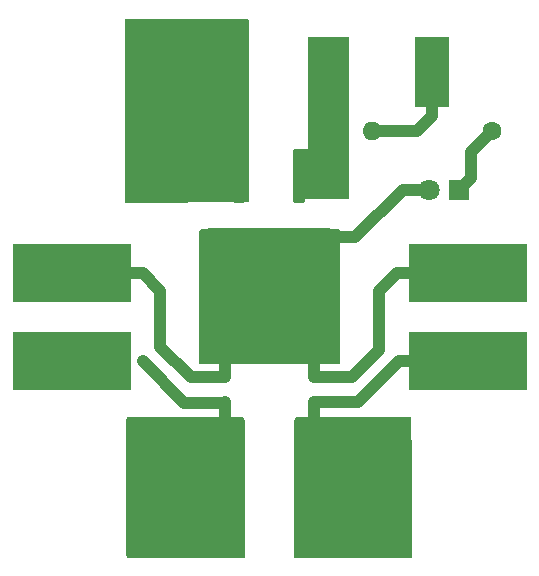
<source format=gbr>
%TF.GenerationSoftware,KiCad,Pcbnew,8.0.6*%
%TF.CreationDate,2024-11-28T17:37:20+02:00*%
%TF.ProjectId,tests,74657374-732e-46b6-9963-61645f706362,rev?*%
%TF.SameCoordinates,Original*%
%TF.FileFunction,Copper,L1,Top*%
%TF.FilePolarity,Positive*%
%FSLAX46Y46*%
G04 Gerber Fmt 4.6, Leading zero omitted, Abs format (unit mm)*
G04 Created by KiCad (PCBNEW 8.0.6) date 2024-11-28 17:37:20*
%MOMM*%
%LPD*%
G01*
G04 APERTURE LIST*
G04 Aperture macros list*
%AMRoundRect*
0 Rectangle with rounded corners*
0 $1 Rounding radius*
0 $2 $3 $4 $5 $6 $7 $8 $9 X,Y pos of 4 corners*
0 Add a 4 corners polygon primitive as box body*
4,1,4,$2,$3,$4,$5,$6,$7,$8,$9,$2,$3,0*
0 Add four circle primitives for the rounded corners*
1,1,$1+$1,$2,$3*
1,1,$1+$1,$4,$5*
1,1,$1+$1,$6,$7*
1,1,$1+$1,$8,$9*
0 Add four rect primitives between the rounded corners*
20,1,$1+$1,$2,$3,$4,$5,0*
20,1,$1+$1,$4,$5,$6,$7,0*
20,1,$1+$1,$6,$7,$8,$9,0*
20,1,$1+$1,$8,$9,$2,$3,0*%
G04 Aperture macros list end*
%TA.AperFunction,SMDPad,CuDef*%
%ADD10R,3.000000X6.000000*%
%TD*%
%TA.AperFunction,SMDPad,CuDef*%
%ADD11RoundRect,0.750000X-0.750000X-2.250000X0.750000X-2.250000X0.750000X2.250000X-0.750000X2.250000X0*%
%TD*%
%TA.AperFunction,ComponentPad*%
%ADD12O,1.600000X1.600000*%
%TD*%
%TA.AperFunction,ComponentPad*%
%ADD13C,1.600000*%
%TD*%
%TA.AperFunction,SMDPad,CuDef*%
%ADD14R,10.000000X5.000000*%
%TD*%
%TA.AperFunction,SMDPad,CuDef*%
%ADD15RoundRect,0.250000X-1.425000X0.362500X-1.425000X-0.362500X1.425000X-0.362500X1.425000X0.362500X0*%
%TD*%
%TA.AperFunction,SMDPad,CuDef*%
%ADD16R,10.000000X10.000000*%
%TD*%
%TA.AperFunction,SMDPad,CuDef*%
%ADD17RoundRect,0.250002X-5.149998X4.449998X-5.149998X-4.449998X5.149998X-4.449998X5.149998X4.449998X0*%
%TD*%
%TA.AperFunction,SMDPad,CuDef*%
%ADD18RoundRect,0.250000X-0.300000X2.050000X-0.300000X-2.050000X0.300000X-2.050000X0.300000X2.050000X0*%
%TD*%
%TA.AperFunction,ComponentPad*%
%ADD19C,1.800000*%
%TD*%
%TA.AperFunction,ComponentPad*%
%ADD20R,1.800000X1.800000*%
%TD*%
%TA.AperFunction,Conductor*%
%ADD21C,1.000000*%
%TD*%
G04 APERTURE END LIST*
D10*
%TO.P,J9,1,Pin_1*%
%TO.N,Net-(J9-Pin_1)*%
X157000000Y-70500000D03*
%TD*%
D11*
%TO.P,J2,1,Pin_1*%
%TO.N,Net-(J2-Pin_1)*%
X148234400Y-70459600D03*
%TD*%
D12*
%TO.P,R3,2*%
%TO.N,Net-(J9-Pin_1)*%
X151920000Y-75500000D03*
D13*
%TO.P,R3,1*%
%TO.N,Net-(D1-K)*%
X162080000Y-75500000D03*
%TD*%
D14*
%TO.P,J8,1,Pin_1*%
%TO.N,Net-(D1-A)*%
X126500000Y-87500000D03*
%TD*%
%TO.P,J7,1,Pin_1*%
%TO.N,Net-(D1-A)*%
X160000000Y-87500000D03*
%TD*%
%TO.P,J4,1,Pin_1*%
%TO.N,Net-(J4-Pin_1)*%
X160000000Y-95000000D03*
%TD*%
%TO.P,J3,1,Pin_1*%
%TO.N,Net-(J3-Pin_1)*%
X126500000Y-95000000D03*
%TD*%
D15*
%TO.P,R2,1*%
%TO.N,Net-(D1-A)*%
X146960000Y-94457500D03*
%TO.P,R2,2*%
%TO.N,Net-(J4-Pin_1)*%
X146960000Y-100382500D03*
%TD*%
D16*
%TO.P,J5,1,Pin_1*%
%TO.N,Net-(J3-Pin_1)*%
X136144000Y-106680000D03*
%TD*%
D17*
%TO.P,Q1,1,D*%
%TO.N,Net-(D1-A)*%
X143225000Y-88425000D03*
D18*
%TO.P,Q1,2,G*%
%TO.N,Net-(J2-Pin_1)*%
X145765000Y-79275000D03*
%TO.P,Q1,3,S*%
%TO.N,Net-(J1-Pin_1)*%
X140685000Y-79275000D03*
%TD*%
D16*
%TO.P,J6,1,Pin_1*%
%TO.N,Net-(J4-Pin_1)*%
X150266400Y-106680000D03*
%TD*%
%TO.P,J1,1,Pin_1*%
%TO.N,Net-(J1-Pin_1)*%
X136000000Y-71000000D03*
%TD*%
D15*
%TO.P,R1,1*%
%TO.N,Net-(D1-A)*%
X139500000Y-94458950D03*
%TO.P,R1,2*%
%TO.N,Net-(J3-Pin_1)*%
X139500000Y-100383950D03*
%TD*%
D19*
%TO.P,D1,2,A*%
%TO.N,Net-(D1-A)*%
X156735000Y-80500000D03*
D20*
%TO.P,D1,1,K*%
%TO.N,Net-(D1-K)*%
X159275000Y-80500000D03*
%TD*%
D21*
%TO.N,Net-(J9-Pin_1)*%
X157000000Y-74250000D02*
X157000000Y-70500000D01*
X155750000Y-75500000D02*
X157000000Y-74250000D01*
X151920000Y-75500000D02*
X155750000Y-75500000D01*
%TO.N,Net-(D1-K)*%
X160275000Y-77305000D02*
X162080000Y-75500000D01*
X160275000Y-79500000D02*
X160275000Y-77305000D01*
X159275000Y-80500000D02*
X160275000Y-79500000D01*
%TO.N,Net-(D1-A)*%
X154500000Y-80500000D02*
X156735000Y-80500000D01*
X150500000Y-84500000D02*
X154500000Y-80500000D01*
X147150000Y-84500000D02*
X150500000Y-84500000D01*
X143225000Y-88425000D02*
X147150000Y-84500000D01*
X147004100Y-96324700D02*
X146960000Y-96280600D01*
X146960000Y-96280600D02*
X146960000Y-94457500D01*
X150175300Y-96324700D02*
X147004100Y-96324700D01*
X152500000Y-94000000D02*
X150175300Y-96324700D01*
X154000000Y-87500000D02*
X152500000Y-89000000D01*
X160000000Y-87500000D02*
X154000000Y-87500000D01*
X152500000Y-89000000D02*
X152500000Y-94000000D01*
%TO.N,Net-(J3-Pin_1)*%
X135985450Y-98485450D02*
X139486700Y-98485450D01*
X132500000Y-95000000D02*
X135985450Y-98485450D01*
%TO.N,Net-(J4-Pin_1)*%
X154213500Y-95000000D02*
X160000000Y-95000000D01*
X150763800Y-98449700D02*
X154213500Y-95000000D01*
X146991550Y-98449700D02*
X150763800Y-98449700D01*
X146960000Y-98481250D02*
X146991550Y-98449700D01*
X146960000Y-100382500D02*
X146960000Y-98481250D01*
%TO.N,Net-(D1-A)*%
X139490100Y-96335450D02*
X139500000Y-96325550D01*
X139500000Y-96325550D02*
X139500000Y-94458950D01*
X136585450Y-96335450D02*
X139490100Y-96335450D01*
X134000000Y-89000000D02*
X134000000Y-93750000D01*
X132500000Y-87500000D02*
X134000000Y-89000000D01*
X134000000Y-93750000D02*
X136585450Y-96335450D01*
%TO.N,Net-(J3-Pin_1)*%
X126500000Y-95000000D02*
X127000000Y-95500000D01*
X139486700Y-98485450D02*
X139500000Y-98472150D01*
X139486700Y-98485450D02*
X139500000Y-98498750D01*
X139500000Y-98498750D02*
X139500000Y-100383950D01*
%TO.N,Net-(D1-A)*%
X126500000Y-87500000D02*
X132500000Y-87500000D01*
%TD*%
%TA.AperFunction,Conductor*%
%TO.N,Net-(J4-Pin_1)*%
G36*
X155187886Y-99689428D02*
G01*
X155233774Y-99742116D01*
X155245110Y-99793601D01*
X155257449Y-104718029D01*
X155274131Y-111375192D01*
X155254615Y-111442278D01*
X155201926Y-111488165D01*
X155150132Y-111499500D01*
X145420150Y-111499500D01*
X145353111Y-111479815D01*
X145307356Y-111427011D01*
X145296150Y-111375624D01*
X145286430Y-101656105D01*
X145286585Y-101649779D01*
X145378545Y-99813578D01*
X145401558Y-99747607D01*
X145456585Y-99704550D01*
X145502010Y-99695781D01*
X148684363Y-99686138D01*
X148684427Y-99686156D01*
X148684427Y-99686138D01*
X155120799Y-99669912D01*
X155187886Y-99689428D01*
G37*
%TD.AperFunction*%
%TD*%
%TA.AperFunction,Conductor*%
%TO.N,Net-(D1-A)*%
G36*
X149168039Y-83839685D02*
G01*
X149213794Y-83892489D01*
X149225000Y-83944000D01*
X149225000Y-95126000D01*
X149205315Y-95193039D01*
X149152511Y-95238794D01*
X149101000Y-95250000D01*
X137419000Y-95250000D01*
X137351961Y-95230315D01*
X137306206Y-95177511D01*
X137295000Y-95126000D01*
X137295000Y-83944000D01*
X137314685Y-83876961D01*
X137367489Y-83831206D01*
X137419000Y-83820000D01*
X149101000Y-83820000D01*
X149168039Y-83839685D01*
G37*
%TD.AperFunction*%
%TD*%
%TA.AperFunction,Conductor*%
%TO.N,Net-(J2-Pin_1)*%
G36*
X149943039Y-67519685D02*
G01*
X149988794Y-67572489D01*
X150000000Y-67624000D01*
X150000000Y-81156000D01*
X149980315Y-81223039D01*
X149927511Y-81268794D01*
X149876000Y-81280000D01*
X146304000Y-81280000D01*
X145310400Y-81280000D01*
X145243361Y-81260315D01*
X145197606Y-81207511D01*
X145186400Y-81156000D01*
X145186400Y-77181741D01*
X145206085Y-77114702D01*
X145258889Y-77068947D01*
X145304399Y-77057886D01*
X146500000Y-77000000D01*
X146500000Y-67624000D01*
X146519685Y-67556961D01*
X146572489Y-67511206D01*
X146624000Y-67500000D01*
X149876000Y-67500000D01*
X149943039Y-67519685D01*
G37*
%TD.AperFunction*%
%TD*%
%TA.AperFunction,Conductor*%
%TO.N,Net-(J1-Pin_1)*%
G36*
X141442135Y-66020185D02*
G01*
X141488345Y-66072591D01*
X141500000Y-66125076D01*
X141500000Y-81376997D01*
X141480315Y-81444036D01*
X141427511Y-81489791D01*
X141377001Y-81500993D01*
X131125001Y-81583790D01*
X131057805Y-81564647D01*
X131011625Y-81512215D01*
X131000000Y-81459794D01*
X131000000Y-66213731D01*
X131019685Y-66146692D01*
X131072489Y-66100937D01*
X131122923Y-66089737D01*
X141374929Y-66001081D01*
X141442135Y-66020185D01*
G37*
%TD.AperFunction*%
%TD*%
%TA.AperFunction,Conductor*%
%TO.N,Net-(J3-Pin_1)*%
G36*
X137512064Y-99739155D02*
G01*
X137799993Y-99740000D01*
X137799996Y-99739999D01*
X137800000Y-99740000D01*
X139655700Y-99734376D01*
X140981205Y-99730360D01*
X141048304Y-99749841D01*
X141094219Y-99802506D01*
X141105450Y-99848670D01*
X141187869Y-101643147D01*
X141188000Y-101648836D01*
X141188000Y-111375500D01*
X141168315Y-111442539D01*
X141115511Y-111488294D01*
X141064000Y-111499500D01*
X131231730Y-111499500D01*
X131164691Y-111479815D01*
X131118936Y-111427011D01*
X131107730Y-111375624D01*
X131103850Y-107496381D01*
X131098000Y-101646456D01*
X131098004Y-101645486D01*
X131113724Y-99843676D01*
X131133992Y-99776813D01*
X131187194Y-99731521D01*
X131238080Y-99720761D01*
X137512064Y-99739155D01*
G37*
%TD.AperFunction*%
%TD*%
M02*

</source>
